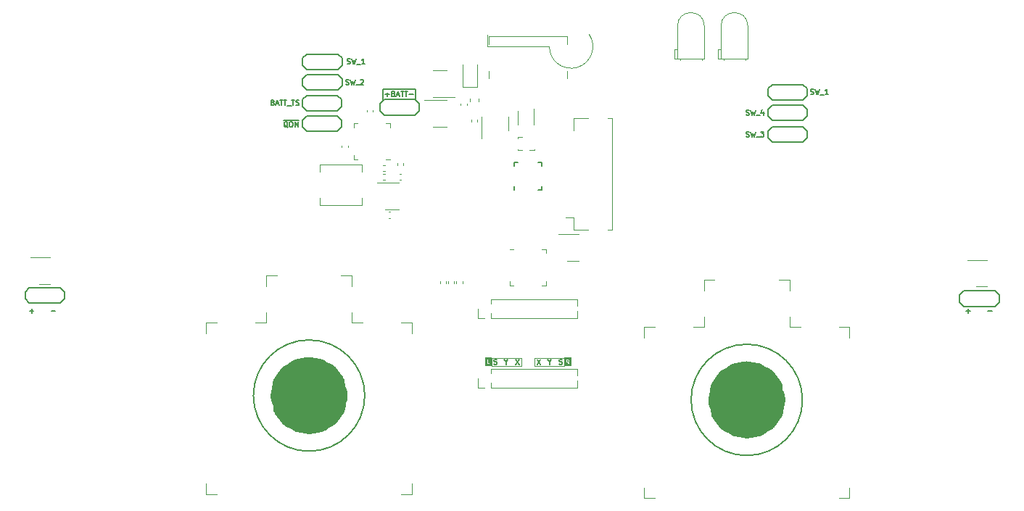
<source format=gbr>
%TF.GenerationSoftware,KiCad,Pcbnew,(7.0.0)*%
%TF.CreationDate,2023-10-05T11:29:09+03:00*%
%TF.ProjectId,Controller,436f6e74-726f-46c6-9c65-722e6b696361,1.0*%
%TF.SameCoordinates,Original*%
%TF.FileFunction,Legend,Top*%
%TF.FilePolarity,Positive*%
%FSLAX46Y46*%
G04 Gerber Fmt 4.6, Leading zero omitted, Abs format (unit mm)*
G04 Created by KiCad (PCBNEW (7.0.0)) date 2023-10-05 11:29:09*
%MOMM*%
%LPD*%
G01*
G04 APERTURE LIST*
%ADD10C,0.150000*%
%ADD11C,0.100000*%
%ADD12C,0.050000*%
%ADD13C,0.120000*%
%ADD14C,4.525000*%
%ADD15C,0.200000*%
G04 APERTURE END LIST*
D10*
X128397000Y-78486000D02*
X128397000Y-77216000D01*
X124587000Y-77216000D02*
X124587000Y-78486000D01*
D11*
X142302656Y-108635800D02*
X142302656Y-109550200D01*
X145731656Y-109550200D02*
X145731656Y-108635800D01*
X140727856Y-108635800D02*
X137298856Y-108635800D01*
D12*
X136794001Y-70863233D02*
X136794001Y-72263233D01*
D11*
X142302656Y-109550200D02*
X145731656Y-109550200D01*
D12*
X136794001Y-72263233D02*
X143994001Y-72263233D01*
D11*
X137298856Y-109550200D02*
X140727856Y-109550200D01*
D12*
X144004001Y-72263233D02*
G75*
G03*
X148665165Y-70865999I2539999J3D01*
G01*
D11*
X140727856Y-109550200D02*
X140727856Y-108635800D01*
D10*
X128397000Y-77216000D02*
X124587000Y-77216000D01*
D11*
X137298856Y-108635800D02*
X137298856Y-109550200D01*
X145731656Y-108635800D02*
X142302656Y-108635800D01*
D10*
X166992285Y-80231857D02*
X167078000Y-80260428D01*
X167078000Y-80260428D02*
X167220857Y-80260428D01*
X167220857Y-80260428D02*
X167278000Y-80231857D01*
X167278000Y-80231857D02*
X167306571Y-80203285D01*
X167306571Y-80203285D02*
X167335142Y-80146142D01*
X167335142Y-80146142D02*
X167335142Y-80089000D01*
X167335142Y-80089000D02*
X167306571Y-80031857D01*
X167306571Y-80031857D02*
X167278000Y-80003285D01*
X167278000Y-80003285D02*
X167220857Y-79974714D01*
X167220857Y-79974714D02*
X167106571Y-79946142D01*
X167106571Y-79946142D02*
X167049428Y-79917571D01*
X167049428Y-79917571D02*
X167020857Y-79889000D01*
X167020857Y-79889000D02*
X166992285Y-79831857D01*
X166992285Y-79831857D02*
X166992285Y-79774714D01*
X166992285Y-79774714D02*
X167020857Y-79717571D01*
X167020857Y-79717571D02*
X167049428Y-79689000D01*
X167049428Y-79689000D02*
X167106571Y-79660428D01*
X167106571Y-79660428D02*
X167249428Y-79660428D01*
X167249428Y-79660428D02*
X167335142Y-79689000D01*
X167535143Y-79660428D02*
X167678000Y-80260428D01*
X167678000Y-80260428D02*
X167792286Y-79831857D01*
X167792286Y-79831857D02*
X167906571Y-80260428D01*
X167906571Y-80260428D02*
X168049429Y-79660428D01*
X168135143Y-80317571D02*
X168592285Y-80317571D01*
X168992286Y-79860428D02*
X168992286Y-80260428D01*
X168849428Y-79631857D02*
X168706571Y-80060428D01*
X168706571Y-80060428D02*
X169078000Y-80060428D01*
X145160141Y-109365657D02*
X145245856Y-109394228D01*
X145245856Y-109394228D02*
X145388713Y-109394228D01*
X145388713Y-109394228D02*
X145445856Y-109365657D01*
X145445856Y-109365657D02*
X145474427Y-109337085D01*
X145474427Y-109337085D02*
X145502998Y-109279942D01*
X145502998Y-109279942D02*
X145502998Y-109222800D01*
X145502998Y-109222800D02*
X145474427Y-109165657D01*
X145474427Y-109165657D02*
X145445856Y-109137085D01*
X145445856Y-109137085D02*
X145388713Y-109108514D01*
X145388713Y-109108514D02*
X145274427Y-109079942D01*
X145274427Y-109079942D02*
X145217284Y-109051371D01*
X145217284Y-109051371D02*
X145188713Y-109022800D01*
X145188713Y-109022800D02*
X145160141Y-108965657D01*
X145160141Y-108965657D02*
X145160141Y-108908514D01*
X145160141Y-108908514D02*
X145188713Y-108851371D01*
X145188713Y-108851371D02*
X145217284Y-108822800D01*
X145217284Y-108822800D02*
X145274427Y-108794228D01*
X145274427Y-108794228D02*
X145417284Y-108794228D01*
X145417284Y-108794228D02*
X145502998Y-108822800D01*
X83327857Y-103145857D02*
X83785000Y-103145857D01*
X83556428Y-103374428D02*
X83556428Y-102917285D01*
X125818857Y-77787142D02*
X125904571Y-77815714D01*
X125904571Y-77815714D02*
X125933142Y-77844285D01*
X125933142Y-77844285D02*
X125961714Y-77901428D01*
X125961714Y-77901428D02*
X125961714Y-77987142D01*
X125961714Y-77987142D02*
X125933142Y-78044285D01*
X125933142Y-78044285D02*
X125904571Y-78072857D01*
X125904571Y-78072857D02*
X125847428Y-78101428D01*
X125847428Y-78101428D02*
X125618857Y-78101428D01*
X125618857Y-78101428D02*
X125618857Y-77501428D01*
X125618857Y-77501428D02*
X125818857Y-77501428D01*
X125818857Y-77501428D02*
X125876000Y-77530000D01*
X125876000Y-77530000D02*
X125904571Y-77558571D01*
X125904571Y-77558571D02*
X125933142Y-77615714D01*
X125933142Y-77615714D02*
X125933142Y-77672857D01*
X125933142Y-77672857D02*
X125904571Y-77730000D01*
X125904571Y-77730000D02*
X125876000Y-77758571D01*
X125876000Y-77758571D02*
X125818857Y-77787142D01*
X125818857Y-77787142D02*
X125618857Y-77787142D01*
X126190285Y-77930000D02*
X126476000Y-77930000D01*
X126133142Y-78101428D02*
X126333142Y-77501428D01*
X126333142Y-77501428D02*
X126533142Y-78101428D01*
X126647428Y-77501428D02*
X126990286Y-77501428D01*
X126818857Y-78101428D02*
X126818857Y-77501428D01*
X127104571Y-77501428D02*
X127447429Y-77501428D01*
X127276000Y-78101428D02*
X127276000Y-77501428D01*
X127650857Y-77872857D02*
X128108000Y-77872857D01*
X111721857Y-78803142D02*
X111807571Y-78831714D01*
X111807571Y-78831714D02*
X111836142Y-78860285D01*
X111836142Y-78860285D02*
X111864714Y-78917428D01*
X111864714Y-78917428D02*
X111864714Y-79003142D01*
X111864714Y-79003142D02*
X111836142Y-79060285D01*
X111836142Y-79060285D02*
X111807571Y-79088857D01*
X111807571Y-79088857D02*
X111750428Y-79117428D01*
X111750428Y-79117428D02*
X111521857Y-79117428D01*
X111521857Y-79117428D02*
X111521857Y-78517428D01*
X111521857Y-78517428D02*
X111721857Y-78517428D01*
X111721857Y-78517428D02*
X111779000Y-78546000D01*
X111779000Y-78546000D02*
X111807571Y-78574571D01*
X111807571Y-78574571D02*
X111836142Y-78631714D01*
X111836142Y-78631714D02*
X111836142Y-78688857D01*
X111836142Y-78688857D02*
X111807571Y-78746000D01*
X111807571Y-78746000D02*
X111779000Y-78774571D01*
X111779000Y-78774571D02*
X111721857Y-78803142D01*
X111721857Y-78803142D02*
X111521857Y-78803142D01*
X112093285Y-78946000D02*
X112379000Y-78946000D01*
X112036142Y-79117428D02*
X112236142Y-78517428D01*
X112236142Y-78517428D02*
X112436142Y-79117428D01*
X112550428Y-78517428D02*
X112893286Y-78517428D01*
X112721857Y-79117428D02*
X112721857Y-78517428D01*
X113007571Y-78517428D02*
X113350429Y-78517428D01*
X113179000Y-79117428D02*
X113179000Y-78517428D01*
X113407572Y-79174571D02*
X113864714Y-79174571D01*
X113921857Y-78517428D02*
X114264715Y-78517428D01*
X114093286Y-79117428D02*
X114093286Y-78517428D01*
X114436143Y-79088857D02*
X114521858Y-79117428D01*
X114521858Y-79117428D02*
X114664715Y-79117428D01*
X114664715Y-79117428D02*
X114721858Y-79088857D01*
X114721858Y-79088857D02*
X114750429Y-79060285D01*
X114750429Y-79060285D02*
X114779000Y-79003142D01*
X114779000Y-79003142D02*
X114779000Y-78946000D01*
X114779000Y-78946000D02*
X114750429Y-78888857D01*
X114750429Y-78888857D02*
X114721858Y-78860285D01*
X114721858Y-78860285D02*
X114664715Y-78831714D01*
X114664715Y-78831714D02*
X114550429Y-78803142D01*
X114550429Y-78803142D02*
X114493286Y-78774571D01*
X114493286Y-78774571D02*
X114464715Y-78746000D01*
X114464715Y-78746000D02*
X114436143Y-78688857D01*
X114436143Y-78688857D02*
X114436143Y-78631714D01*
X114436143Y-78631714D02*
X114464715Y-78574571D01*
X114464715Y-78574571D02*
X114493286Y-78546000D01*
X114493286Y-78546000D02*
X114550429Y-78517428D01*
X114550429Y-78517428D02*
X114693286Y-78517428D01*
X114693286Y-78517428D02*
X114779000Y-78546000D01*
X142566170Y-108794228D02*
X142966170Y-109394228D01*
X142966170Y-108794228D02*
X142566170Y-109394228D01*
X85867857Y-103145857D02*
X86325000Y-103145857D01*
X120256285Y-76675857D02*
X120342000Y-76704428D01*
X120342000Y-76704428D02*
X120484857Y-76704428D01*
X120484857Y-76704428D02*
X120542000Y-76675857D01*
X120542000Y-76675857D02*
X120570571Y-76647285D01*
X120570571Y-76647285D02*
X120599142Y-76590142D01*
X120599142Y-76590142D02*
X120599142Y-76533000D01*
X120599142Y-76533000D02*
X120570571Y-76475857D01*
X120570571Y-76475857D02*
X120542000Y-76447285D01*
X120542000Y-76447285D02*
X120484857Y-76418714D01*
X120484857Y-76418714D02*
X120370571Y-76390142D01*
X120370571Y-76390142D02*
X120313428Y-76361571D01*
X120313428Y-76361571D02*
X120284857Y-76333000D01*
X120284857Y-76333000D02*
X120256285Y-76275857D01*
X120256285Y-76275857D02*
X120256285Y-76218714D01*
X120256285Y-76218714D02*
X120284857Y-76161571D01*
X120284857Y-76161571D02*
X120313428Y-76133000D01*
X120313428Y-76133000D02*
X120370571Y-76104428D01*
X120370571Y-76104428D02*
X120513428Y-76104428D01*
X120513428Y-76104428D02*
X120599142Y-76133000D01*
X120799143Y-76104428D02*
X120942000Y-76704428D01*
X120942000Y-76704428D02*
X121056286Y-76275857D01*
X121056286Y-76275857D02*
X121170571Y-76704428D01*
X121170571Y-76704428D02*
X121313429Y-76104428D01*
X121399143Y-76761571D02*
X121856285Y-76761571D01*
X121970571Y-76161571D02*
X121999143Y-76133000D01*
X121999143Y-76133000D02*
X122056286Y-76104428D01*
X122056286Y-76104428D02*
X122199143Y-76104428D01*
X122199143Y-76104428D02*
X122256286Y-76133000D01*
X122256286Y-76133000D02*
X122284857Y-76161571D01*
X122284857Y-76161571D02*
X122313428Y-76218714D01*
X122313428Y-76218714D02*
X122313428Y-76275857D01*
X122313428Y-76275857D02*
X122284857Y-76361571D01*
X122284857Y-76361571D02*
X121942000Y-76704428D01*
X121942000Y-76704428D02*
X122313428Y-76704428D01*
X140051570Y-108794228D02*
X140451570Y-109394228D01*
X140451570Y-108794228D02*
X140051570Y-109394228D01*
X113445857Y-81714571D02*
X113388714Y-81686000D01*
X113388714Y-81686000D02*
X113331571Y-81628857D01*
X113331571Y-81628857D02*
X113245857Y-81543142D01*
X113245857Y-81543142D02*
X113188714Y-81514571D01*
X113188714Y-81514571D02*
X113131571Y-81514571D01*
X113160142Y-81657428D02*
X113103000Y-81628857D01*
X113103000Y-81628857D02*
X113045857Y-81571714D01*
X113045857Y-81571714D02*
X113017285Y-81457428D01*
X113017285Y-81457428D02*
X113017285Y-81257428D01*
X113017285Y-81257428D02*
X113045857Y-81143142D01*
X113045857Y-81143142D02*
X113103000Y-81086000D01*
X113103000Y-81086000D02*
X113160142Y-81057428D01*
X113160142Y-81057428D02*
X113274428Y-81057428D01*
X113274428Y-81057428D02*
X113331571Y-81086000D01*
X113331571Y-81086000D02*
X113388714Y-81143142D01*
X113388714Y-81143142D02*
X113417285Y-81257428D01*
X113417285Y-81257428D02*
X113417285Y-81457428D01*
X113417285Y-81457428D02*
X113388714Y-81571714D01*
X113388714Y-81571714D02*
X113331571Y-81628857D01*
X113331571Y-81628857D02*
X113274428Y-81657428D01*
X113274428Y-81657428D02*
X113160142Y-81657428D01*
X113788713Y-81057428D02*
X113902999Y-81057428D01*
X113902999Y-81057428D02*
X113960142Y-81086000D01*
X113960142Y-81086000D02*
X114017285Y-81143142D01*
X114017285Y-81143142D02*
X114045856Y-81257428D01*
X114045856Y-81257428D02*
X114045856Y-81457428D01*
X114045856Y-81457428D02*
X114017285Y-81571714D01*
X114017285Y-81571714D02*
X113960142Y-81628857D01*
X113960142Y-81628857D02*
X113902999Y-81657428D01*
X113902999Y-81657428D02*
X113788713Y-81657428D01*
X113788713Y-81657428D02*
X113731571Y-81628857D01*
X113731571Y-81628857D02*
X113674428Y-81571714D01*
X113674428Y-81571714D02*
X113645856Y-81457428D01*
X113645856Y-81457428D02*
X113645856Y-81257428D01*
X113645856Y-81257428D02*
X113674428Y-81143142D01*
X113674428Y-81143142D02*
X113731571Y-81086000D01*
X113731571Y-81086000D02*
X113788713Y-81057428D01*
X114302999Y-81657428D02*
X114302999Y-81057428D01*
X114302999Y-81057428D02*
X114645856Y-81657428D01*
X114645856Y-81657428D02*
X114645856Y-81057428D01*
X112963000Y-80846000D02*
X114728713Y-80846000D01*
X137540141Y-109365657D02*
X137625856Y-109394228D01*
X137625856Y-109394228D02*
X137768713Y-109394228D01*
X137768713Y-109394228D02*
X137825856Y-109365657D01*
X137825856Y-109365657D02*
X137854427Y-109337085D01*
X137854427Y-109337085D02*
X137882998Y-109279942D01*
X137882998Y-109279942D02*
X137882998Y-109222800D01*
X137882998Y-109222800D02*
X137854427Y-109165657D01*
X137854427Y-109165657D02*
X137825856Y-109137085D01*
X137825856Y-109137085D02*
X137768713Y-109108514D01*
X137768713Y-109108514D02*
X137654427Y-109079942D01*
X137654427Y-109079942D02*
X137597284Y-109051371D01*
X137597284Y-109051371D02*
X137568713Y-109022800D01*
X137568713Y-109022800D02*
X137540141Y-108965657D01*
X137540141Y-108965657D02*
X137540141Y-108908514D01*
X137540141Y-108908514D02*
X137568713Y-108851371D01*
X137568713Y-108851371D02*
X137597284Y-108822800D01*
X137597284Y-108822800D02*
X137654427Y-108794228D01*
X137654427Y-108794228D02*
X137797284Y-108794228D01*
X137797284Y-108794228D02*
X137882998Y-108822800D01*
X195214857Y-103145857D02*
X195672000Y-103145857D01*
X144032998Y-109108514D02*
X144032998Y-109394228D01*
X143832998Y-108794228D02*
X144032998Y-109108514D01*
X144032998Y-109108514D02*
X144232998Y-108794228D01*
X138952998Y-109108514D02*
X138952998Y-109394228D01*
X138752998Y-108794228D02*
X138952998Y-109108514D01*
X138952998Y-109108514D02*
X139152998Y-108794228D01*
D11*
G36*
X146127977Y-108921823D02*
G01*
X146134345Y-108921915D01*
X146141071Y-108922141D01*
X146147040Y-108922492D01*
X146153601Y-108923130D01*
X146154258Y-108923204D01*
X146160578Y-108924040D01*
X146166439Y-108925047D01*
X146172359Y-108926354D01*
X146174047Y-108926822D01*
X146180501Y-108928905D01*
X146186474Y-108931322D01*
X146191966Y-108934073D01*
X146196977Y-108937158D01*
X146202565Y-108941485D01*
X146207401Y-108946335D01*
X146211486Y-108951706D01*
X146214948Y-108957497D01*
X146217823Y-108963696D01*
X146220112Y-108970303D01*
X146221813Y-108977318D01*
X146222752Y-108983223D01*
X146223315Y-108989389D01*
X146223503Y-108995817D01*
X146223297Y-109002133D01*
X146222679Y-109008223D01*
X146221648Y-109014086D01*
X146219925Y-109020639D01*
X146217641Y-109026884D01*
X146216121Y-109030305D01*
X146213019Y-109036005D01*
X146209357Y-109041341D01*
X146205133Y-109046312D01*
X146200349Y-109050918D01*
X146199628Y-109051536D01*
X146194258Y-109055626D01*
X146189197Y-109058796D01*
X146183714Y-109061657D01*
X146177808Y-109064209D01*
X146171479Y-109066452D01*
X146170393Y-109066785D01*
X146163640Y-109068564D01*
X146157706Y-109069756D01*
X146151493Y-109070682D01*
X146145001Y-109071344D01*
X146138230Y-109071742D01*
X146131179Y-109071874D01*
X146075931Y-109071874D01*
X146075931Y-108921811D01*
X146124585Y-108921811D01*
X146127977Y-108921823D01*
G37*
G36*
X146599022Y-109607714D02*
G01*
X145731920Y-109607714D01*
X145731920Y-109354707D01*
X145967634Y-109354707D01*
X145967790Y-109356713D01*
X145970125Y-109362181D01*
X145973266Y-109364946D01*
X145978772Y-109367457D01*
X145983033Y-109368667D01*
X145989243Y-109369931D01*
X145995331Y-109370827D01*
X145995996Y-109370899D01*
X146002427Y-109371445D01*
X146008824Y-109371775D01*
X146014948Y-109371943D01*
X146021563Y-109372000D01*
X146022565Y-109371998D01*
X146029257Y-109371926D01*
X146035387Y-109371742D01*
X146041707Y-109371394D01*
X146047941Y-109370827D01*
X146052233Y-109370222D01*
X146058183Y-109369158D01*
X146064354Y-109367603D01*
X146068476Y-109365900D01*
X146073147Y-109362327D01*
X146074365Y-109360661D01*
X146075931Y-109355000D01*
X146075931Y-109156284D01*
X146109783Y-109156284D01*
X146115087Y-109156413D01*
X146121187Y-109156908D01*
X146127939Y-109157953D01*
X146134298Y-109159504D01*
X146140265Y-109161560D01*
X146143514Y-109162957D01*
X146148969Y-109165776D01*
X146154129Y-109169071D01*
X146158995Y-109172844D01*
X146163566Y-109177094D01*
X146167898Y-109181827D01*
X146172049Y-109187051D01*
X146175461Y-109191920D01*
X146178740Y-109197149D01*
X146181884Y-109202739D01*
X146185027Y-109208614D01*
X146188190Y-109214809D01*
X146190842Y-109220215D01*
X146193508Y-109225842D01*
X146196188Y-109231692D01*
X146198883Y-109237764D01*
X146246657Y-109354267D01*
X146247869Y-109357436D01*
X146250760Y-109362621D01*
X146253869Y-109365523D01*
X146259260Y-109368189D01*
X146263430Y-109369434D01*
X146269530Y-109370588D01*
X146275527Y-109371267D01*
X146278201Y-109371439D01*
X146284210Y-109371713D01*
X146290188Y-109371879D01*
X146296840Y-109371974D01*
X146303077Y-109372000D01*
X146309320Y-109371982D01*
X146316244Y-109371913D01*
X146322550Y-109371793D01*
X146329126Y-109371587D01*
X146335610Y-109371267D01*
X146341906Y-109370679D01*
X146347814Y-109369809D01*
X146353782Y-109368336D01*
X146356885Y-109367112D01*
X146361549Y-109363353D01*
X146362318Y-109361723D01*
X146363308Y-109355733D01*
X146362729Y-109350546D01*
X146361256Y-109344595D01*
X146359573Y-109339306D01*
X146357373Y-109333175D01*
X146355213Y-109327509D01*
X146353049Y-109322027D01*
X146308060Y-109218420D01*
X146306077Y-109213826D01*
X146303585Y-109208252D01*
X146301079Y-109202864D01*
X146298054Y-109196644D01*
X146295007Y-109190692D01*
X146291940Y-109185007D01*
X146288821Y-109179570D01*
X146285620Y-109174360D01*
X146282336Y-109169376D01*
X146278401Y-109163848D01*
X146274354Y-109158629D01*
X146272026Y-109155790D01*
X146267851Y-109151085D01*
X146263551Y-109146718D01*
X146259124Y-109142686D01*
X146254571Y-109138992D01*
X146249268Y-109135044D01*
X146243763Y-109131408D01*
X146238057Y-109128083D01*
X146232149Y-109125070D01*
X146236745Y-109123542D01*
X146242725Y-109121369D01*
X146248535Y-109119041D01*
X146254176Y-109116556D01*
X146259648Y-109113916D01*
X146264949Y-109111120D01*
X146270082Y-109108169D01*
X146276259Y-109104260D01*
X146278653Y-109102631D01*
X146284428Y-109098401D01*
X146289902Y-109093950D01*
X146295075Y-109089276D01*
X146299948Y-109084381D01*
X146304521Y-109079264D01*
X146308793Y-109073926D01*
X146310416Y-109071727D01*
X146314254Y-109066065D01*
X146317778Y-109060166D01*
X146320986Y-109054032D01*
X146323880Y-109047661D01*
X146326459Y-109041054D01*
X146328723Y-109034212D01*
X146330337Y-109028570D01*
X146331736Y-109022781D01*
X146332920Y-109016846D01*
X146333889Y-109010764D01*
X146334642Y-109004536D01*
X146335180Y-108998161D01*
X146335503Y-108991640D01*
X146335610Y-108984972D01*
X146335601Y-108982983D01*
X146335462Y-108977098D01*
X146335015Y-108969448D01*
X146334271Y-108962022D01*
X146333229Y-108954821D01*
X146331890Y-108947844D01*
X146330252Y-108941091D01*
X146328317Y-108934563D01*
X146326085Y-108928259D01*
X146323605Y-108922173D01*
X146320855Y-108916297D01*
X146317835Y-108910632D01*
X146314544Y-108905178D01*
X146310984Y-108899935D01*
X146307153Y-108894902D01*
X146303052Y-108890079D01*
X146298681Y-108885468D01*
X146294088Y-108881035D01*
X146289247Y-108876822D01*
X146284159Y-108872828D01*
X146278824Y-108869055D01*
X146273241Y-108865501D01*
X146267412Y-108862167D01*
X146261335Y-108859053D01*
X146255010Y-108856159D01*
X146250144Y-108854102D01*
X146243475Y-108851544D01*
X146236600Y-108849197D01*
X146229519Y-108847061D01*
X146222231Y-108845135D01*
X146214738Y-108843420D01*
X146208983Y-108842272D01*
X146203112Y-108841243D01*
X146197125Y-108840332D01*
X146191400Y-108839709D01*
X146185364Y-108839159D01*
X146179017Y-108838683D01*
X146172359Y-108838280D01*
X146169764Y-108838123D01*
X146163188Y-108837816D01*
X146156971Y-108837621D01*
X146150219Y-108837487D01*
X146144182Y-108837422D01*
X146137774Y-108837401D01*
X145999728Y-108837401D01*
X145993243Y-108837905D01*
X145987271Y-108839416D01*
X145981812Y-108841935D01*
X145976867Y-108845461D01*
X145974703Y-108847599D01*
X145971241Y-108852838D01*
X145969158Y-108858474D01*
X145967959Y-108865092D01*
X145967634Y-108871546D01*
X145967634Y-108921811D01*
X145967634Y-109354707D01*
X145731920Y-109354707D01*
X145731920Y-108601687D01*
X146599022Y-108601687D01*
X146599022Y-109607714D01*
G37*
D10*
X120383285Y-74262857D02*
X120469000Y-74291428D01*
X120469000Y-74291428D02*
X120611857Y-74291428D01*
X120611857Y-74291428D02*
X120669000Y-74262857D01*
X120669000Y-74262857D02*
X120697571Y-74234285D01*
X120697571Y-74234285D02*
X120726142Y-74177142D01*
X120726142Y-74177142D02*
X120726142Y-74120000D01*
X120726142Y-74120000D02*
X120697571Y-74062857D01*
X120697571Y-74062857D02*
X120669000Y-74034285D01*
X120669000Y-74034285D02*
X120611857Y-74005714D01*
X120611857Y-74005714D02*
X120497571Y-73977142D01*
X120497571Y-73977142D02*
X120440428Y-73948571D01*
X120440428Y-73948571D02*
X120411857Y-73920000D01*
X120411857Y-73920000D02*
X120383285Y-73862857D01*
X120383285Y-73862857D02*
X120383285Y-73805714D01*
X120383285Y-73805714D02*
X120411857Y-73748571D01*
X120411857Y-73748571D02*
X120440428Y-73720000D01*
X120440428Y-73720000D02*
X120497571Y-73691428D01*
X120497571Y-73691428D02*
X120640428Y-73691428D01*
X120640428Y-73691428D02*
X120726142Y-73720000D01*
X120926143Y-73691428D02*
X121069000Y-74291428D01*
X121069000Y-74291428D02*
X121183286Y-73862857D01*
X121183286Y-73862857D02*
X121297571Y-74291428D01*
X121297571Y-74291428D02*
X121440429Y-73691428D01*
X121526143Y-74348571D02*
X121983285Y-74348571D01*
X122440428Y-74291428D02*
X122097571Y-74291428D01*
X122269000Y-74291428D02*
X122269000Y-73691428D01*
X122269000Y-73691428D02*
X122211857Y-73777142D01*
X122211857Y-73777142D02*
X122154714Y-73834285D01*
X122154714Y-73834285D02*
X122097571Y-73862857D01*
X124856857Y-77872857D02*
X125314000Y-77872857D01*
X125085428Y-78101428D02*
X125085428Y-77644285D01*
X166992285Y-82771857D02*
X167078000Y-82800428D01*
X167078000Y-82800428D02*
X167220857Y-82800428D01*
X167220857Y-82800428D02*
X167278000Y-82771857D01*
X167278000Y-82771857D02*
X167306571Y-82743285D01*
X167306571Y-82743285D02*
X167335142Y-82686142D01*
X167335142Y-82686142D02*
X167335142Y-82629000D01*
X167335142Y-82629000D02*
X167306571Y-82571857D01*
X167306571Y-82571857D02*
X167278000Y-82543285D01*
X167278000Y-82543285D02*
X167220857Y-82514714D01*
X167220857Y-82514714D02*
X167106571Y-82486142D01*
X167106571Y-82486142D02*
X167049428Y-82457571D01*
X167049428Y-82457571D02*
X167020857Y-82429000D01*
X167020857Y-82429000D02*
X166992285Y-82371857D01*
X166992285Y-82371857D02*
X166992285Y-82314714D01*
X166992285Y-82314714D02*
X167020857Y-82257571D01*
X167020857Y-82257571D02*
X167049428Y-82229000D01*
X167049428Y-82229000D02*
X167106571Y-82200428D01*
X167106571Y-82200428D02*
X167249428Y-82200428D01*
X167249428Y-82200428D02*
X167335142Y-82229000D01*
X167535143Y-82200428D02*
X167678000Y-82800428D01*
X167678000Y-82800428D02*
X167792286Y-82371857D01*
X167792286Y-82371857D02*
X167906571Y-82800428D01*
X167906571Y-82800428D02*
X168049429Y-82200428D01*
X168135143Y-82857571D02*
X168592285Y-82857571D01*
X168678000Y-82200428D02*
X169049428Y-82200428D01*
X169049428Y-82200428D02*
X168849428Y-82429000D01*
X168849428Y-82429000D02*
X168935143Y-82429000D01*
X168935143Y-82429000D02*
X168992286Y-82457571D01*
X168992286Y-82457571D02*
X169020857Y-82486142D01*
X169020857Y-82486142D02*
X169049428Y-82543285D01*
X169049428Y-82543285D02*
X169049428Y-82686142D01*
X169049428Y-82686142D02*
X169020857Y-82743285D01*
X169020857Y-82743285D02*
X168992286Y-82771857D01*
X168992286Y-82771857D02*
X168935143Y-82800428D01*
X168935143Y-82800428D02*
X168763714Y-82800428D01*
X168763714Y-82800428D02*
X168706571Y-82771857D01*
X168706571Y-82771857D02*
X168678000Y-82743285D01*
X192674857Y-103145857D02*
X193132000Y-103145857D01*
X192903428Y-103374428D02*
X192903428Y-102917285D01*
D11*
G36*
X137250693Y-109607714D02*
G01*
X136486320Y-109607714D01*
X136486320Y-109337854D01*
X136722034Y-109337854D01*
X136722115Y-109341173D01*
X136722764Y-109347276D01*
X136724342Y-109353498D01*
X136727227Y-109359424D01*
X136731267Y-109364086D01*
X136736212Y-109367548D01*
X136741671Y-109370021D01*
X136747643Y-109371505D01*
X136754128Y-109372000D01*
X136998566Y-109372000D01*
X137000312Y-109371880D01*
X137005747Y-109369508D01*
X137008406Y-109366327D01*
X137010876Y-109361009D01*
X137011724Y-109358304D01*
X137013040Y-109352536D01*
X137013953Y-109346354D01*
X137014249Y-109343464D01*
X137014690Y-109337104D01*
X137014915Y-109330719D01*
X137014979Y-109324519D01*
X137014954Y-109320547D01*
X137014810Y-109314623D01*
X137014494Y-109308594D01*
X137013953Y-109302683D01*
X137013608Y-109299976D01*
X137012574Y-109294178D01*
X137010876Y-109288322D01*
X137009493Y-109285234D01*
X137005747Y-109280555D01*
X137004351Y-109279641D01*
X136998566Y-109278210D01*
X136830771Y-109278210D01*
X136830771Y-108854547D01*
X136830597Y-108852550D01*
X136827987Y-108847219D01*
X136824741Y-108844381D01*
X136819194Y-108841944D01*
X136814946Y-108840747D01*
X136808791Y-108839538D01*
X136802781Y-108838720D01*
X136802134Y-108838639D01*
X136795797Y-108838024D01*
X136789386Y-108837653D01*
X136783175Y-108837464D01*
X136776403Y-108837401D01*
X136775428Y-108837402D01*
X136768883Y-108837483D01*
X136762829Y-108837691D01*
X136756512Y-108838082D01*
X136750171Y-108838720D01*
X136745234Y-108839361D01*
X136739314Y-108840422D01*
X136733611Y-108841944D01*
X136729469Y-108843668D01*
X136724672Y-108847366D01*
X136723644Y-108848818D01*
X136722034Y-108854693D01*
X136722034Y-109337854D01*
X136486320Y-109337854D01*
X136486320Y-108601687D01*
X137250693Y-108601687D01*
X137250693Y-109607714D01*
G37*
D10*
X174485285Y-77818857D02*
X174571000Y-77847428D01*
X174571000Y-77847428D02*
X174713857Y-77847428D01*
X174713857Y-77847428D02*
X174771000Y-77818857D01*
X174771000Y-77818857D02*
X174799571Y-77790285D01*
X174799571Y-77790285D02*
X174828142Y-77733142D01*
X174828142Y-77733142D02*
X174828142Y-77676000D01*
X174828142Y-77676000D02*
X174799571Y-77618857D01*
X174799571Y-77618857D02*
X174771000Y-77590285D01*
X174771000Y-77590285D02*
X174713857Y-77561714D01*
X174713857Y-77561714D02*
X174599571Y-77533142D01*
X174599571Y-77533142D02*
X174542428Y-77504571D01*
X174542428Y-77504571D02*
X174513857Y-77476000D01*
X174513857Y-77476000D02*
X174485285Y-77418857D01*
X174485285Y-77418857D02*
X174485285Y-77361714D01*
X174485285Y-77361714D02*
X174513857Y-77304571D01*
X174513857Y-77304571D02*
X174542428Y-77276000D01*
X174542428Y-77276000D02*
X174599571Y-77247428D01*
X174599571Y-77247428D02*
X174742428Y-77247428D01*
X174742428Y-77247428D02*
X174828142Y-77276000D01*
X175028143Y-77247428D02*
X175171000Y-77847428D01*
X175171000Y-77847428D02*
X175285286Y-77418857D01*
X175285286Y-77418857D02*
X175399571Y-77847428D01*
X175399571Y-77847428D02*
X175542429Y-77247428D01*
X175628143Y-77904571D02*
X176085285Y-77904571D01*
X176542428Y-77847428D02*
X176199571Y-77847428D01*
X176371000Y-77847428D02*
X176371000Y-77247428D01*
X176371000Y-77247428D02*
X176313857Y-77333142D01*
X176313857Y-77333142D02*
X176256714Y-77390285D01*
X176256714Y-77390285D02*
X176199571Y-77418857D01*
%TO.C,U501*%
X139878000Y-89000000D02*
X139878000Y-88600000D01*
X143078000Y-89000000D02*
X142678000Y-89000000D01*
X143078000Y-89000000D02*
X143078000Y-88600000D01*
X139878000Y-85800000D02*
X139878000Y-86200000D01*
X139878000Y-85800000D02*
X140278000Y-85800000D01*
X143078000Y-85800000D02*
X143078000Y-86200000D01*
X143078000Y-85800000D02*
X142678000Y-85800000D01*
D13*
%TO.C,U502*%
X103952000Y-104537000D02*
X105202000Y-104537000D01*
X103952000Y-105787000D02*
X103952000Y-104537000D01*
X103952000Y-123287000D02*
X103952000Y-124537000D01*
X105202000Y-124537000D02*
X103952000Y-124537000D01*
X110952000Y-99037000D02*
X112202000Y-99037000D01*
X110952000Y-100287000D02*
X110952000Y-99037000D01*
X110952000Y-103287000D02*
X110952000Y-104537000D01*
X110952000Y-104537000D02*
X109702000Y-104537000D01*
X119702000Y-99037000D02*
X120952000Y-99037000D01*
X120952000Y-99037000D02*
X120952000Y-100287000D01*
X120952000Y-104537000D02*
X120952000Y-103287000D01*
X120952000Y-104537000D02*
X122202000Y-104537000D01*
X126702000Y-104537000D02*
X127952000Y-104537000D01*
X127952000Y-105787000D02*
X127952000Y-104537000D01*
X127952000Y-124537000D02*
X126702000Y-124537000D01*
X127952000Y-124537000D02*
X127952000Y-123287000D01*
D14*
X118214500Y-113037000D02*
G75*
G03*
X118214500Y-113037000I-2262500J0D01*
G01*
D15*
X122452000Y-113037000D02*
G75*
G03*
X122452000Y-113037000I-6500000J0D01*
G01*
D13*
%TO.C,J101*%
X146058000Y-75973000D02*
X146058000Y-75118000D01*
X146058000Y-71998000D02*
X146058000Y-71048000D01*
X146058000Y-71048000D02*
X136898000Y-71048000D01*
X136898000Y-75973000D02*
X136898000Y-75118000D01*
X136898000Y-71998000D02*
X136898000Y-71048000D01*
%TO.C,U302*%
X131185500Y-78486000D02*
X129385500Y-78486000D01*
X131185500Y-78486000D02*
X131985500Y-78486000D01*
X131185500Y-81606000D02*
X130385500Y-81606000D01*
X131185500Y-81606000D02*
X131985500Y-81606000D01*
%TO.C,FB201*%
X135739600Y-78348521D02*
X135739600Y-78674079D01*
X134719600Y-78348521D02*
X134719600Y-78674079D01*
%TO.C,Q501*%
X146763500Y-94198000D02*
X145088500Y-94198000D01*
X146763500Y-94198000D02*
X147413500Y-94198000D01*
X146763500Y-97318000D02*
X146113500Y-97318000D01*
X146763500Y-97318000D02*
X147413500Y-97318000D01*
%TO.C,D501*%
X162088000Y-73720000D02*
X162088000Y-69860000D01*
X162088000Y-73720000D02*
X158968000Y-73720000D01*
X161798000Y-73850000D02*
X161798000Y-73850000D01*
X161798000Y-73850000D02*
X161798000Y-73720000D01*
X161798000Y-73720000D02*
X161798000Y-73850000D01*
X161798000Y-73720000D02*
X161798000Y-73720000D01*
X159258000Y-73850000D02*
X159258000Y-73850000D01*
X159258000Y-73850000D02*
X159258000Y-73720000D01*
X159258000Y-73720000D02*
X159258000Y-73850000D01*
X159258000Y-73720000D02*
X159258000Y-73720000D01*
X158968000Y-73720000D02*
X158968000Y-69860000D01*
X158968000Y-73720000D02*
X158568000Y-73720000D01*
X158968000Y-72600000D02*
X158968000Y-73720000D01*
X158568000Y-73720000D02*
X158568000Y-72600000D01*
X158568000Y-72600000D02*
X158968000Y-72600000D01*
X162088000Y-69860000D02*
G75*
G03*
X158968000Y-69860000I-1560000J0D01*
G01*
%TO.C,C302*%
X122703000Y-79894836D02*
X122703000Y-79679164D01*
X123423000Y-79894836D02*
X123423000Y-79679164D01*
%TO.C,U202*%
X140314800Y-82856800D02*
X140849800Y-82856800D01*
X140314800Y-82991800D02*
X140314800Y-82856800D01*
X142234800Y-84376800D02*
X142234800Y-84241800D01*
X141699800Y-84376800D02*
X142234800Y-84376800D01*
X140314800Y-84376800D02*
X140314800Y-84241800D01*
X140314800Y-84376800D02*
X140849800Y-84376800D01*
D10*
%TO.C,SW506*%
X115200400Y-73641000D02*
X115700400Y-73141000D01*
X115200400Y-74441000D02*
X115200400Y-73641000D01*
X115700400Y-73141000D02*
X119300400Y-73141000D01*
X115700400Y-74941000D02*
X115200400Y-74441000D01*
X119300400Y-73141000D02*
X119800400Y-73641000D01*
X119300400Y-74941000D02*
X115700400Y-74941000D01*
X119800400Y-73641000D02*
X119800400Y-74441000D01*
X119800400Y-74441000D02*
X119300400Y-74941000D01*
D13*
%TO.C,L301*%
X122149000Y-90755000D02*
X122149000Y-89905000D01*
X122149000Y-90755000D02*
X117229000Y-90755000D01*
X122149000Y-86035000D02*
X122149000Y-86885000D01*
X122149000Y-86035000D02*
X117229000Y-86035000D01*
X117229000Y-90755000D02*
X117229000Y-89905000D01*
X117229000Y-86035000D02*
X117229000Y-86885000D01*
%TO.C,U304*%
X125394500Y-81225000D02*
X125394500Y-81700000D01*
X124919500Y-85445000D02*
X125394500Y-85445000D01*
X124919500Y-81225000D02*
X125394500Y-81225000D01*
X121649500Y-85445000D02*
X121174500Y-85445000D01*
X121649500Y-81225000D02*
X121174500Y-81225000D01*
X121174500Y-85445000D02*
X121174500Y-84970000D01*
X121174500Y-81225000D02*
X121174500Y-81700000D01*
D10*
%TO.C,SW508*%
X169505600Y-82150000D02*
X170005600Y-81650000D01*
X169505600Y-82950000D02*
X169505600Y-82150000D01*
X170005600Y-81650000D02*
X173605600Y-81650000D01*
X170005600Y-83450000D02*
X169505600Y-82950000D01*
X173605600Y-81650000D02*
X174105600Y-82150000D01*
X173605600Y-83450000D02*
X170005600Y-83450000D01*
X174105600Y-82150000D02*
X174105600Y-82950000D01*
X174105600Y-82950000D02*
X173605600Y-83450000D01*
D13*
%TO.C,C304*%
X126979000Y-85899164D02*
X126979000Y-86114836D01*
X126259000Y-85899164D02*
X126259000Y-86114836D01*
%TO.C,J503*%
X135638000Y-112108000D02*
X135638000Y-110998000D01*
X136398000Y-112108000D02*
X135638000Y-112108000D01*
X137158000Y-112108000D02*
X147253000Y-112108000D01*
X137158000Y-112108000D02*
X137158000Y-111561471D01*
X147253000Y-112108000D02*
X147253000Y-111305530D01*
X147253000Y-110690470D02*
X147253000Y-109888000D01*
X137158000Y-110434529D02*
X137158000Y-109888000D01*
X137158000Y-109888000D02*
X147253000Y-109888000D01*
D10*
%TO.C,M501*%
X191903000Y-101307000D02*
X192403000Y-100807000D01*
X191903000Y-102107000D02*
X191903000Y-101307000D01*
X192403000Y-100807000D02*
X196003000Y-100807000D01*
X192403000Y-102607000D02*
X191903000Y-102107000D01*
X196003000Y-100807000D02*
X196503000Y-101307000D01*
X196003000Y-102607000D02*
X192403000Y-102607000D01*
X196503000Y-101307000D02*
X196503000Y-102107000D01*
X196503000Y-102107000D02*
X196003000Y-102607000D01*
D13*
%TO.C,U203*%
X140342500Y-79806000D02*
X140342500Y-81406000D01*
X142142500Y-81406000D02*
X142142500Y-79506000D01*
%TO.C,C303*%
X120502000Y-83842164D02*
X120502000Y-84057836D01*
X119782000Y-83842164D02*
X119782000Y-84057836D01*
%TO.C,C301*%
X124606164Y-86130000D02*
X124821836Y-86130000D01*
X124606164Y-86850000D02*
X124821836Y-86850000D01*
%TO.C,C401*%
X133864000Y-99714164D02*
X133864000Y-99929836D01*
X133144000Y-99714164D02*
X133144000Y-99929836D01*
%TO.C,C202*%
X135615000Y-80819164D02*
X135615000Y-81034836D01*
X134895000Y-80819164D02*
X134895000Y-81034836D01*
%TO.C,J503*%
X135643000Y-103980000D02*
X135643000Y-102870000D01*
X136403000Y-103980000D02*
X135643000Y-103980000D01*
X137163000Y-103980000D02*
X147258000Y-103980000D01*
X137163000Y-103980000D02*
X137163000Y-103433471D01*
X147258000Y-103980000D02*
X147258000Y-103177530D01*
X147258000Y-102562470D02*
X147258000Y-101760000D01*
X137163000Y-102306529D02*
X137163000Y-101760000D01*
X137163000Y-101760000D02*
X147258000Y-101760000D01*
%TO.C,U201*%
X136108000Y-81235000D02*
X136108000Y-83035000D01*
X136108000Y-81235000D02*
X136108000Y-80435000D01*
X139228000Y-81235000D02*
X139228000Y-82035000D01*
X139228000Y-81235000D02*
X139228000Y-80435000D01*
%TO.C,C201*%
X134370400Y-78914164D02*
X134370400Y-79129836D01*
X133650400Y-78914164D02*
X133650400Y-79129836D01*
D10*
%TO.C,SW505*%
X169511000Y-77197000D02*
X170011000Y-76697000D01*
X169511000Y-77997000D02*
X169511000Y-77197000D01*
X170011000Y-76697000D02*
X173611000Y-76697000D01*
X170011000Y-78497000D02*
X169511000Y-77997000D01*
X173611000Y-76697000D02*
X174111000Y-77197000D01*
X173611000Y-78497000D02*
X170011000Y-78497000D01*
X174111000Y-77197000D02*
X174111000Y-77997000D01*
X174111000Y-77997000D02*
X173611000Y-78497000D01*
D13*
%TO.C,C307*%
X125241164Y-91588000D02*
X125456836Y-91588000D01*
X125241164Y-92308000D02*
X125456836Y-92308000D01*
%TO.C,C402*%
X132901000Y-99714164D02*
X132901000Y-99929836D01*
X132181000Y-99714164D02*
X132181000Y-99929836D01*
D10*
%TO.C,BT301*%
X124212000Y-78950000D02*
X124712000Y-78450000D01*
X124212000Y-79750000D02*
X124212000Y-78950000D01*
X124712000Y-78450000D02*
X128312000Y-78450000D01*
X124712000Y-80250000D02*
X124212000Y-79750000D01*
X128312000Y-78450000D02*
X128812000Y-78950000D01*
X128312000Y-80250000D02*
X124712000Y-80250000D01*
X128812000Y-78950000D02*
X128812000Y-79750000D01*
X128812000Y-79750000D02*
X128312000Y-80250000D01*
%TO.C,SW301*%
X119775000Y-81680000D02*
X119275000Y-82180000D01*
X119775000Y-80880000D02*
X119775000Y-81680000D01*
X119275000Y-82180000D02*
X115675000Y-82180000D01*
X119275000Y-80380000D02*
X119775000Y-80880000D01*
X115675000Y-82180000D02*
X115175000Y-81680000D01*
X115675000Y-80380000D02*
X119275000Y-80380000D01*
X115175000Y-81680000D02*
X115175000Y-80880000D01*
X115175000Y-80880000D02*
X115675000Y-80380000D01*
%TO.C,M502*%
X82790000Y-100946000D02*
X83290000Y-100446000D01*
X82790000Y-101746000D02*
X82790000Y-100946000D01*
X83290000Y-100446000D02*
X86890000Y-100446000D01*
X83290000Y-102246000D02*
X82790000Y-101746000D01*
X86890000Y-100446000D02*
X87390000Y-100946000D01*
X86890000Y-102246000D02*
X83290000Y-102246000D01*
X87390000Y-100946000D02*
X87390000Y-101746000D01*
X87390000Y-101746000D02*
X86890000Y-102246000D01*
D13*
%TO.C,C403*%
X131959000Y-99716164D02*
X131959000Y-99931836D01*
X131239000Y-99716164D02*
X131239000Y-99931836D01*
%TO.C,U504*%
X155053000Y-105038000D02*
X156303000Y-105038000D01*
X155053000Y-106288000D02*
X155053000Y-105038000D01*
X155053000Y-123788000D02*
X155053000Y-125038000D01*
X156303000Y-125038000D02*
X155053000Y-125038000D01*
X162053000Y-99538000D02*
X163303000Y-99538000D01*
X162053000Y-100788000D02*
X162053000Y-99538000D01*
X162053000Y-103788000D02*
X162053000Y-105038000D01*
X162053000Y-105038000D02*
X160803000Y-105038000D01*
X170803000Y-99538000D02*
X172053000Y-99538000D01*
X172053000Y-99538000D02*
X172053000Y-100788000D01*
X172053000Y-105038000D02*
X172053000Y-103788000D01*
X172053000Y-105038000D02*
X173303000Y-105038000D01*
X177803000Y-105038000D02*
X179053000Y-105038000D01*
X179053000Y-106288000D02*
X179053000Y-105038000D01*
X179053000Y-125038000D02*
X177803000Y-125038000D01*
X179053000Y-125038000D02*
X179053000Y-123788000D01*
D14*
X169315500Y-113538000D02*
G75*
G03*
X169315500Y-113538000I-2262500J0D01*
G01*
D15*
X173553000Y-113538000D02*
G75*
G03*
X173553000Y-113538000I-6500000J0D01*
G01*
D13*
%TO.C,C308*%
X126726836Y-87866000D02*
X126511164Y-87866000D01*
X126726836Y-87146000D02*
X126511164Y-87146000D01*
D10*
%TO.C,TH301*%
X119775000Y-79267000D02*
X119275000Y-79767000D01*
X119775000Y-78467000D02*
X119775000Y-79267000D01*
X119275000Y-79767000D02*
X115675000Y-79767000D01*
X119275000Y-77967000D02*
X119775000Y-78467000D01*
X115675000Y-79767000D02*
X115175000Y-79267000D01*
X115675000Y-77967000D02*
X119275000Y-77967000D01*
X115175000Y-79267000D02*
X115175000Y-78467000D01*
X115175000Y-78467000D02*
X115675000Y-77967000D01*
D13*
%TO.C,U503*%
X139368000Y-100154000D02*
X139368000Y-99704000D01*
X139818000Y-95934000D02*
X139368000Y-95934000D01*
X139818000Y-100154000D02*
X139368000Y-100154000D01*
X143138000Y-95934000D02*
X143588000Y-95934000D01*
X143138000Y-100154000D02*
X143588000Y-100154000D01*
X143588000Y-95934000D02*
X143588000Y-96384000D01*
X143588000Y-100154000D02*
X143588000Y-99704000D01*
%TO.C,Q504*%
X167168000Y-73720000D02*
X167168000Y-69860000D01*
X167168000Y-73720000D02*
X164048000Y-73720000D01*
X166878000Y-73850000D02*
X166878000Y-73850000D01*
X166878000Y-73850000D02*
X166878000Y-73720000D01*
X166878000Y-73720000D02*
X166878000Y-73850000D01*
X166878000Y-73720000D02*
X166878000Y-73720000D01*
X164338000Y-73850000D02*
X164338000Y-73850000D01*
X164338000Y-73850000D02*
X164338000Y-73720000D01*
X164338000Y-73720000D02*
X164338000Y-73850000D01*
X164338000Y-73720000D02*
X164338000Y-73720000D01*
X164048000Y-73720000D02*
X164048000Y-69860000D01*
X164048000Y-73720000D02*
X163648000Y-73720000D01*
X164048000Y-72600000D02*
X164048000Y-73720000D01*
X163648000Y-73720000D02*
X163648000Y-72600000D01*
X163648000Y-72600000D02*
X164048000Y-72600000D01*
X167168000Y-69860000D02*
G75*
G03*
X164048000Y-69860000I-1560000J0D01*
G01*
D10*
%TO.C,SW507*%
X115200400Y-76040000D02*
X115700400Y-75540000D01*
X115200400Y-76840000D02*
X115200400Y-76040000D01*
X115700400Y-75540000D02*
X119300400Y-75540000D01*
X115700400Y-77340000D02*
X115200400Y-76840000D01*
X119300400Y-75540000D02*
X119800400Y-76040000D01*
X119300400Y-77340000D02*
X115700400Y-77340000D01*
X119800400Y-76040000D02*
X119800400Y-76840000D01*
X119800400Y-76840000D02*
X119300400Y-77340000D01*
D13*
%TO.C,D201*%
X133871600Y-76997200D02*
X135571600Y-76997200D01*
X133871600Y-76997200D02*
X133871600Y-74337200D01*
X135571600Y-76997200D02*
X135571600Y-74337200D01*
%TO.C,Q503*%
X85090000Y-96865000D02*
X83415000Y-96865000D01*
X85090000Y-96865000D02*
X85740000Y-96865000D01*
X85090000Y-99985000D02*
X84440000Y-99985000D01*
X85090000Y-99985000D02*
X85740000Y-99985000D01*
D10*
%TO.C,SW509*%
X169505600Y-79610000D02*
X170005600Y-79110000D01*
X169505600Y-80410000D02*
X169505600Y-79610000D01*
X170005600Y-79110000D02*
X173605600Y-79110000D01*
X170005600Y-80910000D02*
X169505600Y-80410000D01*
X173605600Y-79110000D02*
X174105600Y-79610000D01*
X173605600Y-80910000D02*
X170005600Y-80910000D01*
X174105600Y-79610000D02*
X174105600Y-80410000D01*
X174105600Y-80410000D02*
X173605600Y-80910000D01*
D13*
%TO.C,Q502*%
X194485500Y-97185000D02*
X192810500Y-97185000D01*
X194485500Y-97185000D02*
X195135500Y-97185000D01*
X194485500Y-100305000D02*
X193835500Y-100305000D01*
X194485500Y-100305000D02*
X195135500Y-100305000D01*
%TO.C,U301*%
X131191000Y-78202000D02*
X132991000Y-78202000D01*
X131191000Y-78202000D02*
X130391000Y-78202000D01*
X131191000Y-75082000D02*
X131991000Y-75082000D01*
X131191000Y-75082000D02*
X130391000Y-75082000D01*
%TO.C,J502*%
X146823000Y-93656000D02*
X146823000Y-92206000D01*
X148573000Y-93656000D02*
X146823000Y-93656000D01*
X150793000Y-93656000D02*
X151343000Y-93656000D01*
X151343000Y-93656000D02*
X151343000Y-80636000D01*
X146823000Y-92206000D02*
X145933000Y-92206000D01*
X146823000Y-80636000D02*
X146823000Y-82086000D01*
X148573000Y-80636000D02*
X146823000Y-80636000D01*
X151343000Y-80636000D02*
X150793000Y-80636000D01*
%TO.C,U303*%
X125654000Y-88157000D02*
X123854000Y-88157000D01*
X125654000Y-88157000D02*
X126454000Y-88157000D01*
X125654000Y-91277000D02*
X124854000Y-91277000D01*
X125654000Y-91277000D02*
X126454000Y-91277000D01*
%TO.C,C305*%
X124606164Y-87146000D02*
X124821836Y-87146000D01*
X124606164Y-87866000D02*
X124821836Y-87866000D01*
%TD*%
M02*

</source>
